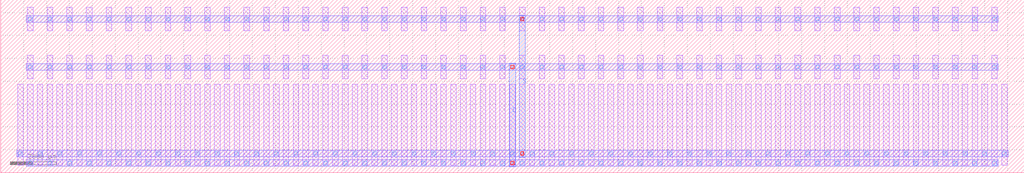
<source format=lef>
MACRO DCL_NMOS_S_38019457_X50_Y1
  UNITS 
    DATABASE MICRONS UNITS 1000;
  END UNITS 
  ORIGIN 0 0 ;
  FOREIGN DCL_NMOS_S_38019457_X50_Y1 0 0 ;
  SIZE 44720 BY 7560 ;
  PIN D
    DIRECTION INOUT ;
    USE SIGNAL ;
    PORT
      LAYER M3 ;
        RECT 22220 260 22500 4780 ;
    END
  END D
  PIN S
    DIRECTION INOUT ;
    USE SIGNAL ;
    PORT
      LAYER M3 ;
        RECT 22650 680 22930 6880 ;
    END
  END S
  OBS
    LAYER M1 ;
      RECT 1165 335 1415 3865 ;
    LAYER M1 ;
      RECT 1165 4115 1415 5125 ;
    LAYER M1 ;
      RECT 1165 6215 1415 7225 ;
    LAYER M1 ;
      RECT 735 335 985 3865 ;
    LAYER M1 ;
      RECT 1595 335 1845 3865 ;
    LAYER M1 ;
      RECT 2025 335 2275 3865 ;
    LAYER M1 ;
      RECT 2025 4115 2275 5125 ;
    LAYER M1 ;
      RECT 2025 6215 2275 7225 ;
    LAYER M1 ;
      RECT 2455 335 2705 3865 ;
    LAYER M1 ;
      RECT 2885 335 3135 3865 ;
    LAYER M1 ;
      RECT 2885 4115 3135 5125 ;
    LAYER M1 ;
      RECT 2885 6215 3135 7225 ;
    LAYER M1 ;
      RECT 3315 335 3565 3865 ;
    LAYER M1 ;
      RECT 3745 335 3995 3865 ;
    LAYER M1 ;
      RECT 3745 4115 3995 5125 ;
    LAYER M1 ;
      RECT 3745 6215 3995 7225 ;
    LAYER M1 ;
      RECT 4175 335 4425 3865 ;
    LAYER M1 ;
      RECT 4605 335 4855 3865 ;
    LAYER M1 ;
      RECT 4605 4115 4855 5125 ;
    LAYER M1 ;
      RECT 4605 6215 4855 7225 ;
    LAYER M1 ;
      RECT 5035 335 5285 3865 ;
    LAYER M1 ;
      RECT 5465 335 5715 3865 ;
    LAYER M1 ;
      RECT 5465 4115 5715 5125 ;
    LAYER M1 ;
      RECT 5465 6215 5715 7225 ;
    LAYER M1 ;
      RECT 5895 335 6145 3865 ;
    LAYER M1 ;
      RECT 6325 335 6575 3865 ;
    LAYER M1 ;
      RECT 6325 4115 6575 5125 ;
    LAYER M1 ;
      RECT 6325 6215 6575 7225 ;
    LAYER M1 ;
      RECT 6755 335 7005 3865 ;
    LAYER M1 ;
      RECT 7185 335 7435 3865 ;
    LAYER M1 ;
      RECT 7185 4115 7435 5125 ;
    LAYER M1 ;
      RECT 7185 6215 7435 7225 ;
    LAYER M1 ;
      RECT 7615 335 7865 3865 ;
    LAYER M1 ;
      RECT 8045 335 8295 3865 ;
    LAYER M1 ;
      RECT 8045 4115 8295 5125 ;
    LAYER M1 ;
      RECT 8045 6215 8295 7225 ;
    LAYER M1 ;
      RECT 8475 335 8725 3865 ;
    LAYER M1 ;
      RECT 8905 335 9155 3865 ;
    LAYER M1 ;
      RECT 8905 4115 9155 5125 ;
    LAYER M1 ;
      RECT 8905 6215 9155 7225 ;
    LAYER M1 ;
      RECT 9335 335 9585 3865 ;
    LAYER M1 ;
      RECT 9765 335 10015 3865 ;
    LAYER M1 ;
      RECT 9765 4115 10015 5125 ;
    LAYER M1 ;
      RECT 9765 6215 10015 7225 ;
    LAYER M1 ;
      RECT 10195 335 10445 3865 ;
    LAYER M1 ;
      RECT 10625 335 10875 3865 ;
    LAYER M1 ;
      RECT 10625 4115 10875 5125 ;
    LAYER M1 ;
      RECT 10625 6215 10875 7225 ;
    LAYER M1 ;
      RECT 11055 335 11305 3865 ;
    LAYER M1 ;
      RECT 11485 335 11735 3865 ;
    LAYER M1 ;
      RECT 11485 4115 11735 5125 ;
    LAYER M1 ;
      RECT 11485 6215 11735 7225 ;
    LAYER M1 ;
      RECT 11915 335 12165 3865 ;
    LAYER M1 ;
      RECT 12345 335 12595 3865 ;
    LAYER M1 ;
      RECT 12345 4115 12595 5125 ;
    LAYER M1 ;
      RECT 12345 6215 12595 7225 ;
    LAYER M1 ;
      RECT 12775 335 13025 3865 ;
    LAYER M1 ;
      RECT 13205 335 13455 3865 ;
    LAYER M1 ;
      RECT 13205 4115 13455 5125 ;
    LAYER M1 ;
      RECT 13205 6215 13455 7225 ;
    LAYER M1 ;
      RECT 13635 335 13885 3865 ;
    LAYER M1 ;
      RECT 14065 335 14315 3865 ;
    LAYER M1 ;
      RECT 14065 4115 14315 5125 ;
    LAYER M1 ;
      RECT 14065 6215 14315 7225 ;
    LAYER M1 ;
      RECT 14495 335 14745 3865 ;
    LAYER M1 ;
      RECT 14925 335 15175 3865 ;
    LAYER M1 ;
      RECT 14925 4115 15175 5125 ;
    LAYER M1 ;
      RECT 14925 6215 15175 7225 ;
    LAYER M1 ;
      RECT 15355 335 15605 3865 ;
    LAYER M1 ;
      RECT 15785 335 16035 3865 ;
    LAYER M1 ;
      RECT 15785 4115 16035 5125 ;
    LAYER M1 ;
      RECT 15785 6215 16035 7225 ;
    LAYER M1 ;
      RECT 16215 335 16465 3865 ;
    LAYER M1 ;
      RECT 16645 335 16895 3865 ;
    LAYER M1 ;
      RECT 16645 4115 16895 5125 ;
    LAYER M1 ;
      RECT 16645 6215 16895 7225 ;
    LAYER M1 ;
      RECT 17075 335 17325 3865 ;
    LAYER M1 ;
      RECT 17505 335 17755 3865 ;
    LAYER M1 ;
      RECT 17505 4115 17755 5125 ;
    LAYER M1 ;
      RECT 17505 6215 17755 7225 ;
    LAYER M1 ;
      RECT 17935 335 18185 3865 ;
    LAYER M1 ;
      RECT 18365 335 18615 3865 ;
    LAYER M1 ;
      RECT 18365 4115 18615 5125 ;
    LAYER M1 ;
      RECT 18365 6215 18615 7225 ;
    LAYER M1 ;
      RECT 18795 335 19045 3865 ;
    LAYER M1 ;
      RECT 19225 335 19475 3865 ;
    LAYER M1 ;
      RECT 19225 4115 19475 5125 ;
    LAYER M1 ;
      RECT 19225 6215 19475 7225 ;
    LAYER M1 ;
      RECT 19655 335 19905 3865 ;
    LAYER M1 ;
      RECT 20085 335 20335 3865 ;
    LAYER M1 ;
      RECT 20085 4115 20335 5125 ;
    LAYER M1 ;
      RECT 20085 6215 20335 7225 ;
    LAYER M1 ;
      RECT 20515 335 20765 3865 ;
    LAYER M1 ;
      RECT 20945 335 21195 3865 ;
    LAYER M1 ;
      RECT 20945 4115 21195 5125 ;
    LAYER M1 ;
      RECT 20945 6215 21195 7225 ;
    LAYER M1 ;
      RECT 21375 335 21625 3865 ;
    LAYER M1 ;
      RECT 21805 335 22055 3865 ;
    LAYER M1 ;
      RECT 21805 4115 22055 5125 ;
    LAYER M1 ;
      RECT 21805 6215 22055 7225 ;
    LAYER M1 ;
      RECT 22235 335 22485 3865 ;
    LAYER M1 ;
      RECT 22665 335 22915 3865 ;
    LAYER M1 ;
      RECT 22665 4115 22915 5125 ;
    LAYER M1 ;
      RECT 22665 6215 22915 7225 ;
    LAYER M1 ;
      RECT 23095 335 23345 3865 ;
    LAYER M1 ;
      RECT 23525 335 23775 3865 ;
    LAYER M1 ;
      RECT 23525 4115 23775 5125 ;
    LAYER M1 ;
      RECT 23525 6215 23775 7225 ;
    LAYER M1 ;
      RECT 23955 335 24205 3865 ;
    LAYER M1 ;
      RECT 24385 335 24635 3865 ;
    LAYER M1 ;
      RECT 24385 4115 24635 5125 ;
    LAYER M1 ;
      RECT 24385 6215 24635 7225 ;
    LAYER M1 ;
      RECT 24815 335 25065 3865 ;
    LAYER M1 ;
      RECT 25245 335 25495 3865 ;
    LAYER M1 ;
      RECT 25245 4115 25495 5125 ;
    LAYER M1 ;
      RECT 25245 6215 25495 7225 ;
    LAYER M1 ;
      RECT 25675 335 25925 3865 ;
    LAYER M1 ;
      RECT 26105 335 26355 3865 ;
    LAYER M1 ;
      RECT 26105 4115 26355 5125 ;
    LAYER M1 ;
      RECT 26105 6215 26355 7225 ;
    LAYER M1 ;
      RECT 26535 335 26785 3865 ;
    LAYER M1 ;
      RECT 26965 335 27215 3865 ;
    LAYER M1 ;
      RECT 26965 4115 27215 5125 ;
    LAYER M1 ;
      RECT 26965 6215 27215 7225 ;
    LAYER M1 ;
      RECT 27395 335 27645 3865 ;
    LAYER M1 ;
      RECT 27825 335 28075 3865 ;
    LAYER M1 ;
      RECT 27825 4115 28075 5125 ;
    LAYER M1 ;
      RECT 27825 6215 28075 7225 ;
    LAYER M1 ;
      RECT 28255 335 28505 3865 ;
    LAYER M1 ;
      RECT 28685 335 28935 3865 ;
    LAYER M1 ;
      RECT 28685 4115 28935 5125 ;
    LAYER M1 ;
      RECT 28685 6215 28935 7225 ;
    LAYER M1 ;
      RECT 29115 335 29365 3865 ;
    LAYER M1 ;
      RECT 29545 335 29795 3865 ;
    LAYER M1 ;
      RECT 29545 4115 29795 5125 ;
    LAYER M1 ;
      RECT 29545 6215 29795 7225 ;
    LAYER M1 ;
      RECT 29975 335 30225 3865 ;
    LAYER M1 ;
      RECT 30405 335 30655 3865 ;
    LAYER M1 ;
      RECT 30405 4115 30655 5125 ;
    LAYER M1 ;
      RECT 30405 6215 30655 7225 ;
    LAYER M1 ;
      RECT 30835 335 31085 3865 ;
    LAYER M1 ;
      RECT 31265 335 31515 3865 ;
    LAYER M1 ;
      RECT 31265 4115 31515 5125 ;
    LAYER M1 ;
      RECT 31265 6215 31515 7225 ;
    LAYER M1 ;
      RECT 31695 335 31945 3865 ;
    LAYER M1 ;
      RECT 32125 335 32375 3865 ;
    LAYER M1 ;
      RECT 32125 4115 32375 5125 ;
    LAYER M1 ;
      RECT 32125 6215 32375 7225 ;
    LAYER M1 ;
      RECT 32555 335 32805 3865 ;
    LAYER M1 ;
      RECT 32985 335 33235 3865 ;
    LAYER M1 ;
      RECT 32985 4115 33235 5125 ;
    LAYER M1 ;
      RECT 32985 6215 33235 7225 ;
    LAYER M1 ;
      RECT 33415 335 33665 3865 ;
    LAYER M1 ;
      RECT 33845 335 34095 3865 ;
    LAYER M1 ;
      RECT 33845 4115 34095 5125 ;
    LAYER M1 ;
      RECT 33845 6215 34095 7225 ;
    LAYER M1 ;
      RECT 34275 335 34525 3865 ;
    LAYER M1 ;
      RECT 34705 335 34955 3865 ;
    LAYER M1 ;
      RECT 34705 4115 34955 5125 ;
    LAYER M1 ;
      RECT 34705 6215 34955 7225 ;
    LAYER M1 ;
      RECT 35135 335 35385 3865 ;
    LAYER M1 ;
      RECT 35565 335 35815 3865 ;
    LAYER M1 ;
      RECT 35565 4115 35815 5125 ;
    LAYER M1 ;
      RECT 35565 6215 35815 7225 ;
    LAYER M1 ;
      RECT 35995 335 36245 3865 ;
    LAYER M1 ;
      RECT 36425 335 36675 3865 ;
    LAYER M1 ;
      RECT 36425 4115 36675 5125 ;
    LAYER M1 ;
      RECT 36425 6215 36675 7225 ;
    LAYER M1 ;
      RECT 36855 335 37105 3865 ;
    LAYER M1 ;
      RECT 37285 335 37535 3865 ;
    LAYER M1 ;
      RECT 37285 4115 37535 5125 ;
    LAYER M1 ;
      RECT 37285 6215 37535 7225 ;
    LAYER M1 ;
      RECT 37715 335 37965 3865 ;
    LAYER M1 ;
      RECT 38145 335 38395 3865 ;
    LAYER M1 ;
      RECT 38145 4115 38395 5125 ;
    LAYER M1 ;
      RECT 38145 6215 38395 7225 ;
    LAYER M1 ;
      RECT 38575 335 38825 3865 ;
    LAYER M1 ;
      RECT 39005 335 39255 3865 ;
    LAYER M1 ;
      RECT 39005 4115 39255 5125 ;
    LAYER M1 ;
      RECT 39005 6215 39255 7225 ;
    LAYER M1 ;
      RECT 39435 335 39685 3865 ;
    LAYER M1 ;
      RECT 39865 335 40115 3865 ;
    LAYER M1 ;
      RECT 39865 4115 40115 5125 ;
    LAYER M1 ;
      RECT 39865 6215 40115 7225 ;
    LAYER M1 ;
      RECT 40295 335 40545 3865 ;
    LAYER M1 ;
      RECT 40725 335 40975 3865 ;
    LAYER M1 ;
      RECT 40725 4115 40975 5125 ;
    LAYER M1 ;
      RECT 40725 6215 40975 7225 ;
    LAYER M1 ;
      RECT 41155 335 41405 3865 ;
    LAYER M1 ;
      RECT 41585 335 41835 3865 ;
    LAYER M1 ;
      RECT 41585 4115 41835 5125 ;
    LAYER M1 ;
      RECT 41585 6215 41835 7225 ;
    LAYER M1 ;
      RECT 42015 335 42265 3865 ;
    LAYER M1 ;
      RECT 42445 335 42695 3865 ;
    LAYER M1 ;
      RECT 42445 4115 42695 5125 ;
    LAYER M1 ;
      RECT 42445 6215 42695 7225 ;
    LAYER M1 ;
      RECT 42875 335 43125 3865 ;
    LAYER M1 ;
      RECT 43305 335 43555 3865 ;
    LAYER M1 ;
      RECT 43305 4115 43555 5125 ;
    LAYER M1 ;
      RECT 43305 6215 43555 7225 ;
    LAYER M1 ;
      RECT 43735 335 43985 3865 ;
    LAYER M2 ;
      RECT 1120 280 43600 560 ;
    LAYER M2 ;
      RECT 1120 4480 43600 4760 ;
    LAYER M2 ;
      RECT 1120 6580 43600 6860 ;
    LAYER M2 ;
      RECT 690 700 44030 980 ;
    LAYER V1 ;
      RECT 1205 335 1375 505 ;
    LAYER V1 ;
      RECT 1205 4535 1375 4705 ;
    LAYER V1 ;
      RECT 1205 6635 1375 6805 ;
    LAYER V1 ;
      RECT 2065 335 2235 505 ;
    LAYER V1 ;
      RECT 2065 4535 2235 4705 ;
    LAYER V1 ;
      RECT 2065 6635 2235 6805 ;
    LAYER V1 ;
      RECT 2925 335 3095 505 ;
    LAYER V1 ;
      RECT 2925 4535 3095 4705 ;
    LAYER V1 ;
      RECT 2925 6635 3095 6805 ;
    LAYER V1 ;
      RECT 3785 335 3955 505 ;
    LAYER V1 ;
      RECT 3785 4535 3955 4705 ;
    LAYER V1 ;
      RECT 3785 6635 3955 6805 ;
    LAYER V1 ;
      RECT 4645 335 4815 505 ;
    LAYER V1 ;
      RECT 4645 4535 4815 4705 ;
    LAYER V1 ;
      RECT 4645 6635 4815 6805 ;
    LAYER V1 ;
      RECT 5505 335 5675 505 ;
    LAYER V1 ;
      RECT 5505 4535 5675 4705 ;
    LAYER V1 ;
      RECT 5505 6635 5675 6805 ;
    LAYER V1 ;
      RECT 6365 335 6535 505 ;
    LAYER V1 ;
      RECT 6365 4535 6535 4705 ;
    LAYER V1 ;
      RECT 6365 6635 6535 6805 ;
    LAYER V1 ;
      RECT 7225 335 7395 505 ;
    LAYER V1 ;
      RECT 7225 4535 7395 4705 ;
    LAYER V1 ;
      RECT 7225 6635 7395 6805 ;
    LAYER V1 ;
      RECT 8085 335 8255 505 ;
    LAYER V1 ;
      RECT 8085 4535 8255 4705 ;
    LAYER V1 ;
      RECT 8085 6635 8255 6805 ;
    LAYER V1 ;
      RECT 8945 335 9115 505 ;
    LAYER V1 ;
      RECT 8945 4535 9115 4705 ;
    LAYER V1 ;
      RECT 8945 6635 9115 6805 ;
    LAYER V1 ;
      RECT 9805 335 9975 505 ;
    LAYER V1 ;
      RECT 9805 4535 9975 4705 ;
    LAYER V1 ;
      RECT 9805 6635 9975 6805 ;
    LAYER V1 ;
      RECT 10665 335 10835 505 ;
    LAYER V1 ;
      RECT 10665 4535 10835 4705 ;
    LAYER V1 ;
      RECT 10665 6635 10835 6805 ;
    LAYER V1 ;
      RECT 11525 335 11695 505 ;
    LAYER V1 ;
      RECT 11525 4535 11695 4705 ;
    LAYER V1 ;
      RECT 11525 6635 11695 6805 ;
    LAYER V1 ;
      RECT 12385 335 12555 505 ;
    LAYER V1 ;
      RECT 12385 4535 12555 4705 ;
    LAYER V1 ;
      RECT 12385 6635 12555 6805 ;
    LAYER V1 ;
      RECT 13245 335 13415 505 ;
    LAYER V1 ;
      RECT 13245 4535 13415 4705 ;
    LAYER V1 ;
      RECT 13245 6635 13415 6805 ;
    LAYER V1 ;
      RECT 14105 335 14275 505 ;
    LAYER V1 ;
      RECT 14105 4535 14275 4705 ;
    LAYER V1 ;
      RECT 14105 6635 14275 6805 ;
    LAYER V1 ;
      RECT 14965 335 15135 505 ;
    LAYER V1 ;
      RECT 14965 4535 15135 4705 ;
    LAYER V1 ;
      RECT 14965 6635 15135 6805 ;
    LAYER V1 ;
      RECT 15825 335 15995 505 ;
    LAYER V1 ;
      RECT 15825 4535 15995 4705 ;
    LAYER V1 ;
      RECT 15825 6635 15995 6805 ;
    LAYER V1 ;
      RECT 16685 335 16855 505 ;
    LAYER V1 ;
      RECT 16685 4535 16855 4705 ;
    LAYER V1 ;
      RECT 16685 6635 16855 6805 ;
    LAYER V1 ;
      RECT 17545 335 17715 505 ;
    LAYER V1 ;
      RECT 17545 4535 17715 4705 ;
    LAYER V1 ;
      RECT 17545 6635 17715 6805 ;
    LAYER V1 ;
      RECT 18405 335 18575 505 ;
    LAYER V1 ;
      RECT 18405 4535 18575 4705 ;
    LAYER V1 ;
      RECT 18405 6635 18575 6805 ;
    LAYER V1 ;
      RECT 19265 335 19435 505 ;
    LAYER V1 ;
      RECT 19265 4535 19435 4705 ;
    LAYER V1 ;
      RECT 19265 6635 19435 6805 ;
    LAYER V1 ;
      RECT 20125 335 20295 505 ;
    LAYER V1 ;
      RECT 20125 4535 20295 4705 ;
    LAYER V1 ;
      RECT 20125 6635 20295 6805 ;
    LAYER V1 ;
      RECT 20985 335 21155 505 ;
    LAYER V1 ;
      RECT 20985 4535 21155 4705 ;
    LAYER V1 ;
      RECT 20985 6635 21155 6805 ;
    LAYER V1 ;
      RECT 21845 335 22015 505 ;
    LAYER V1 ;
      RECT 21845 4535 22015 4705 ;
    LAYER V1 ;
      RECT 21845 6635 22015 6805 ;
    LAYER V1 ;
      RECT 22705 335 22875 505 ;
    LAYER V1 ;
      RECT 22705 4535 22875 4705 ;
    LAYER V1 ;
      RECT 22705 6635 22875 6805 ;
    LAYER V1 ;
      RECT 23565 335 23735 505 ;
    LAYER V1 ;
      RECT 23565 4535 23735 4705 ;
    LAYER V1 ;
      RECT 23565 6635 23735 6805 ;
    LAYER V1 ;
      RECT 24425 335 24595 505 ;
    LAYER V1 ;
      RECT 24425 4535 24595 4705 ;
    LAYER V1 ;
      RECT 24425 6635 24595 6805 ;
    LAYER V1 ;
      RECT 25285 335 25455 505 ;
    LAYER V1 ;
      RECT 25285 4535 25455 4705 ;
    LAYER V1 ;
      RECT 25285 6635 25455 6805 ;
    LAYER V1 ;
      RECT 26145 335 26315 505 ;
    LAYER V1 ;
      RECT 26145 4535 26315 4705 ;
    LAYER V1 ;
      RECT 26145 6635 26315 6805 ;
    LAYER V1 ;
      RECT 27005 335 27175 505 ;
    LAYER V1 ;
      RECT 27005 4535 27175 4705 ;
    LAYER V1 ;
      RECT 27005 6635 27175 6805 ;
    LAYER V1 ;
      RECT 27865 335 28035 505 ;
    LAYER V1 ;
      RECT 27865 4535 28035 4705 ;
    LAYER V1 ;
      RECT 27865 6635 28035 6805 ;
    LAYER V1 ;
      RECT 28725 335 28895 505 ;
    LAYER V1 ;
      RECT 28725 4535 28895 4705 ;
    LAYER V1 ;
      RECT 28725 6635 28895 6805 ;
    LAYER V1 ;
      RECT 29585 335 29755 505 ;
    LAYER V1 ;
      RECT 29585 4535 29755 4705 ;
    LAYER V1 ;
      RECT 29585 6635 29755 6805 ;
    LAYER V1 ;
      RECT 30445 335 30615 505 ;
    LAYER V1 ;
      RECT 30445 4535 30615 4705 ;
    LAYER V1 ;
      RECT 30445 6635 30615 6805 ;
    LAYER V1 ;
      RECT 31305 335 31475 505 ;
    LAYER V1 ;
      RECT 31305 4535 31475 4705 ;
    LAYER V1 ;
      RECT 31305 6635 31475 6805 ;
    LAYER V1 ;
      RECT 32165 335 32335 505 ;
    LAYER V1 ;
      RECT 32165 4535 32335 4705 ;
    LAYER V1 ;
      RECT 32165 6635 32335 6805 ;
    LAYER V1 ;
      RECT 33025 335 33195 505 ;
    LAYER V1 ;
      RECT 33025 4535 33195 4705 ;
    LAYER V1 ;
      RECT 33025 6635 33195 6805 ;
    LAYER V1 ;
      RECT 33885 335 34055 505 ;
    LAYER V1 ;
      RECT 33885 4535 34055 4705 ;
    LAYER V1 ;
      RECT 33885 6635 34055 6805 ;
    LAYER V1 ;
      RECT 34745 335 34915 505 ;
    LAYER V1 ;
      RECT 34745 4535 34915 4705 ;
    LAYER V1 ;
      RECT 34745 6635 34915 6805 ;
    LAYER V1 ;
      RECT 35605 335 35775 505 ;
    LAYER V1 ;
      RECT 35605 4535 35775 4705 ;
    LAYER V1 ;
      RECT 35605 6635 35775 6805 ;
    LAYER V1 ;
      RECT 36465 335 36635 505 ;
    LAYER V1 ;
      RECT 36465 4535 36635 4705 ;
    LAYER V1 ;
      RECT 36465 6635 36635 6805 ;
    LAYER V1 ;
      RECT 37325 335 37495 505 ;
    LAYER V1 ;
      RECT 37325 4535 37495 4705 ;
    LAYER V1 ;
      RECT 37325 6635 37495 6805 ;
    LAYER V1 ;
      RECT 38185 335 38355 505 ;
    LAYER V1 ;
      RECT 38185 4535 38355 4705 ;
    LAYER V1 ;
      RECT 38185 6635 38355 6805 ;
    LAYER V1 ;
      RECT 39045 335 39215 505 ;
    LAYER V1 ;
      RECT 39045 4535 39215 4705 ;
    LAYER V1 ;
      RECT 39045 6635 39215 6805 ;
    LAYER V1 ;
      RECT 39905 335 40075 505 ;
    LAYER V1 ;
      RECT 39905 4535 40075 4705 ;
    LAYER V1 ;
      RECT 39905 6635 40075 6805 ;
    LAYER V1 ;
      RECT 40765 335 40935 505 ;
    LAYER V1 ;
      RECT 40765 4535 40935 4705 ;
    LAYER V1 ;
      RECT 40765 6635 40935 6805 ;
    LAYER V1 ;
      RECT 41625 335 41795 505 ;
    LAYER V1 ;
      RECT 41625 4535 41795 4705 ;
    LAYER V1 ;
      RECT 41625 6635 41795 6805 ;
    LAYER V1 ;
      RECT 42485 335 42655 505 ;
    LAYER V1 ;
      RECT 42485 4535 42655 4705 ;
    LAYER V1 ;
      RECT 42485 6635 42655 6805 ;
    LAYER V1 ;
      RECT 43345 335 43515 505 ;
    LAYER V1 ;
      RECT 43345 4535 43515 4705 ;
    LAYER V1 ;
      RECT 43345 6635 43515 6805 ;
    LAYER V1 ;
      RECT 775 755 945 925 ;
    LAYER V1 ;
      RECT 1635 755 1805 925 ;
    LAYER V1 ;
      RECT 2495 755 2665 925 ;
    LAYER V1 ;
      RECT 3355 755 3525 925 ;
    LAYER V1 ;
      RECT 4215 755 4385 925 ;
    LAYER V1 ;
      RECT 5075 755 5245 925 ;
    LAYER V1 ;
      RECT 5935 755 6105 925 ;
    LAYER V1 ;
      RECT 6795 755 6965 925 ;
    LAYER V1 ;
      RECT 7655 755 7825 925 ;
    LAYER V1 ;
      RECT 8515 755 8685 925 ;
    LAYER V1 ;
      RECT 9375 755 9545 925 ;
    LAYER V1 ;
      RECT 10235 755 10405 925 ;
    LAYER V1 ;
      RECT 11095 755 11265 925 ;
    LAYER V1 ;
      RECT 11955 755 12125 925 ;
    LAYER V1 ;
      RECT 12815 755 12985 925 ;
    LAYER V1 ;
      RECT 13675 755 13845 925 ;
    LAYER V1 ;
      RECT 14535 755 14705 925 ;
    LAYER V1 ;
      RECT 15395 755 15565 925 ;
    LAYER V1 ;
      RECT 16255 755 16425 925 ;
    LAYER V1 ;
      RECT 17115 755 17285 925 ;
    LAYER V1 ;
      RECT 17975 755 18145 925 ;
    LAYER V1 ;
      RECT 18835 755 19005 925 ;
    LAYER V1 ;
      RECT 19695 755 19865 925 ;
    LAYER V1 ;
      RECT 20555 755 20725 925 ;
    LAYER V1 ;
      RECT 21415 755 21585 925 ;
    LAYER V1 ;
      RECT 22275 755 22445 925 ;
    LAYER V1 ;
      RECT 23135 755 23305 925 ;
    LAYER V1 ;
      RECT 23995 755 24165 925 ;
    LAYER V1 ;
      RECT 24855 755 25025 925 ;
    LAYER V1 ;
      RECT 25715 755 25885 925 ;
    LAYER V1 ;
      RECT 26575 755 26745 925 ;
    LAYER V1 ;
      RECT 27435 755 27605 925 ;
    LAYER V1 ;
      RECT 28295 755 28465 925 ;
    LAYER V1 ;
      RECT 29155 755 29325 925 ;
    LAYER V1 ;
      RECT 30015 755 30185 925 ;
    LAYER V1 ;
      RECT 30875 755 31045 925 ;
    LAYER V1 ;
      RECT 31735 755 31905 925 ;
    LAYER V1 ;
      RECT 32595 755 32765 925 ;
    LAYER V1 ;
      RECT 33455 755 33625 925 ;
    LAYER V1 ;
      RECT 34315 755 34485 925 ;
    LAYER V1 ;
      RECT 35175 755 35345 925 ;
    LAYER V1 ;
      RECT 36035 755 36205 925 ;
    LAYER V1 ;
      RECT 36895 755 37065 925 ;
    LAYER V1 ;
      RECT 37755 755 37925 925 ;
    LAYER V1 ;
      RECT 38615 755 38785 925 ;
    LAYER V1 ;
      RECT 39475 755 39645 925 ;
    LAYER V1 ;
      RECT 40335 755 40505 925 ;
    LAYER V1 ;
      RECT 41195 755 41365 925 ;
    LAYER V1 ;
      RECT 42055 755 42225 925 ;
    LAYER V1 ;
      RECT 42915 755 43085 925 ;
    LAYER V1 ;
      RECT 43775 755 43945 925 ;
    LAYER V2 ;
      RECT 22285 345 22435 495 ;
    LAYER V2 ;
      RECT 22285 4545 22435 4695 ;
    LAYER V2 ;
      RECT 22715 765 22865 915 ;
    LAYER V2 ;
      RECT 22715 6645 22865 6795 ;
  END
END DCL_NMOS_S_38019457_X50_Y1

</source>
